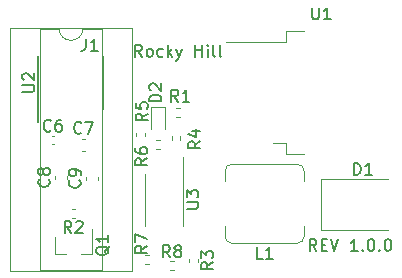
<source format=gbr>
%TF.GenerationSoftware,KiCad,Pcbnew,5.1.7-a382d34a8~88~ubuntu18.04.1*%
%TF.CreationDate,2021-05-09T09:36:21-04:00*%
%TF.ProjectId,salt_replacement,73616c74-5f72-4657-906c-6163656d656e,1.0.0*%
%TF.SameCoordinates,Original*%
%TF.FileFunction,Legend,Top*%
%TF.FilePolarity,Positive*%
%FSLAX46Y46*%
G04 Gerber Fmt 4.6, Leading zero omitted, Abs format (unit mm)*
G04 Created by KiCad (PCBNEW 5.1.7-a382d34a8~88~ubuntu18.04.1) date 2021-05-09 09:36:21*
%MOMM*%
%LPD*%
G01*
G04 APERTURE LIST*
%ADD10C,0.150000*%
%ADD11C,0.120000*%
G04 APERTURE END LIST*
D10*
X121426190Y-112652380D02*
X121092857Y-112176190D01*
X120854761Y-112652380D02*
X120854761Y-111652380D01*
X121235714Y-111652380D01*
X121330952Y-111700000D01*
X121378571Y-111747619D01*
X121426190Y-111842857D01*
X121426190Y-111985714D01*
X121378571Y-112080952D01*
X121330952Y-112128571D01*
X121235714Y-112176190D01*
X120854761Y-112176190D01*
X121997619Y-112652380D02*
X121902380Y-112604761D01*
X121854761Y-112557142D01*
X121807142Y-112461904D01*
X121807142Y-112176190D01*
X121854761Y-112080952D01*
X121902380Y-112033333D01*
X121997619Y-111985714D01*
X122140476Y-111985714D01*
X122235714Y-112033333D01*
X122283333Y-112080952D01*
X122330952Y-112176190D01*
X122330952Y-112461904D01*
X122283333Y-112557142D01*
X122235714Y-112604761D01*
X122140476Y-112652380D01*
X121997619Y-112652380D01*
X123188095Y-112604761D02*
X123092857Y-112652380D01*
X122902380Y-112652380D01*
X122807142Y-112604761D01*
X122759523Y-112557142D01*
X122711904Y-112461904D01*
X122711904Y-112176190D01*
X122759523Y-112080952D01*
X122807142Y-112033333D01*
X122902380Y-111985714D01*
X123092857Y-111985714D01*
X123188095Y-112033333D01*
X123616666Y-112652380D02*
X123616666Y-111652380D01*
X123711904Y-112271428D02*
X123997619Y-112652380D01*
X123997619Y-111985714D02*
X123616666Y-112366666D01*
X124330952Y-111985714D02*
X124569047Y-112652380D01*
X124807142Y-111985714D02*
X124569047Y-112652380D01*
X124473809Y-112890476D01*
X124426190Y-112938095D01*
X124330952Y-112985714D01*
X125950000Y-112652380D02*
X125950000Y-111652380D01*
X125950000Y-112128571D02*
X126521428Y-112128571D01*
X126521428Y-112652380D02*
X126521428Y-111652380D01*
X126997619Y-112652380D02*
X126997619Y-111985714D01*
X126997619Y-111652380D02*
X126950000Y-111700000D01*
X126997619Y-111747619D01*
X127045238Y-111700000D01*
X126997619Y-111652380D01*
X126997619Y-111747619D01*
X127616666Y-112652380D02*
X127521428Y-112604761D01*
X127473809Y-112509523D01*
X127473809Y-111652380D01*
X128140476Y-112652380D02*
X128045238Y-112604761D01*
X127997619Y-112509523D01*
X127997619Y-111652380D01*
X136192857Y-129102380D02*
X135859523Y-128626190D01*
X135621428Y-129102380D02*
X135621428Y-128102380D01*
X136002380Y-128102380D01*
X136097619Y-128150000D01*
X136145238Y-128197619D01*
X136192857Y-128292857D01*
X136192857Y-128435714D01*
X136145238Y-128530952D01*
X136097619Y-128578571D01*
X136002380Y-128626190D01*
X135621428Y-128626190D01*
X136621428Y-128578571D02*
X136954761Y-128578571D01*
X137097619Y-129102380D02*
X136621428Y-129102380D01*
X136621428Y-128102380D01*
X137097619Y-128102380D01*
X137383333Y-128102380D02*
X137716666Y-129102380D01*
X138050000Y-128102380D01*
X139669047Y-129102380D02*
X139097619Y-129102380D01*
X139383333Y-129102380D02*
X139383333Y-128102380D01*
X139288095Y-128245238D01*
X139192857Y-128340476D01*
X139097619Y-128388095D01*
X140097619Y-129007142D02*
X140145238Y-129054761D01*
X140097619Y-129102380D01*
X140050000Y-129054761D01*
X140097619Y-129007142D01*
X140097619Y-129102380D01*
X140764285Y-128102380D02*
X140859523Y-128102380D01*
X140954761Y-128150000D01*
X141002380Y-128197619D01*
X141050000Y-128292857D01*
X141097619Y-128483333D01*
X141097619Y-128721428D01*
X141050000Y-128911904D01*
X141002380Y-129007142D01*
X140954761Y-129054761D01*
X140859523Y-129102380D01*
X140764285Y-129102380D01*
X140669047Y-129054761D01*
X140621428Y-129007142D01*
X140573809Y-128911904D01*
X140526190Y-128721428D01*
X140526190Y-128483333D01*
X140573809Y-128292857D01*
X140621428Y-128197619D01*
X140669047Y-128150000D01*
X140764285Y-128102380D01*
X141526190Y-129007142D02*
X141573809Y-129054761D01*
X141526190Y-129102380D01*
X141478571Y-129054761D01*
X141526190Y-129007142D01*
X141526190Y-129102380D01*
X142192857Y-128102380D02*
X142288095Y-128102380D01*
X142383333Y-128150000D01*
X142430952Y-128197619D01*
X142478571Y-128292857D01*
X142526190Y-128483333D01*
X142526190Y-128721428D01*
X142478571Y-128911904D01*
X142430952Y-129007142D01*
X142383333Y-129054761D01*
X142288095Y-129102380D01*
X142192857Y-129102380D01*
X142097619Y-129054761D01*
X142050000Y-129007142D01*
X142002380Y-128911904D01*
X141954761Y-128721428D01*
X141954761Y-128483333D01*
X142002380Y-128292857D01*
X142050000Y-128197619D01*
X142097619Y-128150000D01*
X142192857Y-128102380D01*
D11*
%TO.C,J1*%
X120550000Y-110210000D02*
X110270000Y-110210000D01*
X120550000Y-130770000D02*
X120550000Y-110210000D01*
X110270000Y-130770000D02*
X120550000Y-130770000D01*
X110270000Y-110210000D02*
X110270000Y-130770000D01*
X118060000Y-110270000D02*
X116410000Y-110270000D01*
X118060000Y-130710000D02*
X118060000Y-110270000D01*
X112760000Y-130710000D02*
X118060000Y-130710000D01*
X112760000Y-110270000D02*
X112760000Y-130710000D01*
X114410000Y-110270000D02*
X112760000Y-110270000D01*
X116410000Y-110270000D02*
G75*
G02*
X114410000Y-110270000I-1000000J0D01*
G01*
%TO.C,D1*%
X136550000Y-123050000D02*
X142250000Y-123050000D01*
X136550000Y-127350000D02*
X142250000Y-127350000D01*
X136550000Y-123050000D02*
X136550000Y-127350000D01*
%TO.C,L1*%
X129050000Y-121740000D02*
X134550000Y-121740000D01*
X135160000Y-122350000D02*
X135160000Y-123200000D01*
X128440000Y-123200000D02*
X128440000Y-122350000D01*
X128440000Y-127850000D02*
X128440000Y-127000000D01*
X134550000Y-128460000D02*
X129050000Y-128460000D01*
X135160000Y-127000000D02*
X135160000Y-127850000D01*
X135160000Y-127850000D02*
G75*
G02*
X134550000Y-128460000I-610000J0D01*
G01*
X129050000Y-128460000D02*
G75*
G02*
X128440000Y-127850000I0J610000D01*
G01*
X134550000Y-121740000D02*
G75*
G02*
X135160000Y-122350000I0J-610000D01*
G01*
X128440000Y-122350000D02*
G75*
G02*
X129050000Y-121740000I610000J0D01*
G01*
%TO.C,Q1*%
X114020000Y-129360000D02*
X114020000Y-127900000D01*
X117180000Y-129360000D02*
X117180000Y-127200000D01*
X117180000Y-129360000D02*
X116250000Y-129360000D01*
X114020000Y-129360000D02*
X114950000Y-129360000D01*
%TO.C,U1*%
X133650000Y-119950000D02*
X132550000Y-119950000D01*
X133650000Y-120900000D02*
X133650000Y-119950000D01*
X135150000Y-120900000D02*
X133650000Y-120900000D01*
X133650000Y-111450000D02*
X128525000Y-111450000D01*
X133650000Y-110500000D02*
X133650000Y-111450000D01*
X135150000Y-110500000D02*
X133650000Y-110500000D01*
D10*
%TO.C,U2*%
X112575000Y-118225000D02*
X112575000Y-112600000D01*
X118125000Y-117100000D02*
X118125000Y-112600000D01*
D11*
%TO.C,C6*%
X113762164Y-120060000D02*
X113977836Y-120060000D01*
X113762164Y-119340000D02*
X113977836Y-119340000D01*
%TO.C,C7*%
X116309420Y-119640000D02*
X116590580Y-119640000D01*
X116309420Y-120660000D02*
X116590580Y-120660000D01*
%TO.C,C8*%
X115110000Y-123015580D02*
X115110000Y-122734420D01*
X114090000Y-123015580D02*
X114090000Y-122734420D01*
%TO.C,C9*%
X117710000Y-123090580D02*
X117710000Y-122809420D01*
X116690000Y-123090580D02*
X116690000Y-122809420D01*
%TO.C,R2*%
X115763641Y-125570000D02*
X115456359Y-125570000D01*
X115763641Y-126330000D02*
X115456359Y-126330000D01*
%TO.C,U3*%
X124910000Y-124750000D02*
X124910000Y-121150000D01*
X124910000Y-124750000D02*
X124910000Y-126950000D01*
X121690000Y-124750000D02*
X121690000Y-122550000D01*
X121690000Y-124750000D02*
X121690000Y-126950000D01*
%TO.C,D2*%
X122150000Y-118800000D02*
X122150000Y-116950000D01*
X123350000Y-118800000D02*
X123350000Y-116950000D01*
X123350000Y-116950000D02*
X122150000Y-116950000D01*
%TO.C,R1*%
X124603641Y-117730000D02*
X124296359Y-117730000D01*
X124603641Y-116970000D02*
X124296359Y-116970000D01*
%TO.C,R3*%
X125420000Y-129746359D02*
X125420000Y-130053641D01*
X126180000Y-129746359D02*
X126180000Y-130053641D01*
%TO.C,R4*%
X124680000Y-119396359D02*
X124680000Y-119703641D01*
X123920000Y-119396359D02*
X123920000Y-119703641D01*
%TO.C,R5*%
X120920000Y-119096359D02*
X120920000Y-119403641D01*
X121680000Y-119096359D02*
X121680000Y-119403641D01*
%TO.C,R6*%
X122953641Y-119720000D02*
X122646359Y-119720000D01*
X122953641Y-120480000D02*
X122646359Y-120480000D01*
%TO.C,R7*%
X122003641Y-130180000D02*
X121696359Y-130180000D01*
X122003641Y-129420000D02*
X121696359Y-129420000D01*
%TO.C,R8*%
X123796359Y-129970000D02*
X124103641Y-129970000D01*
X123796359Y-130730000D02*
X124103641Y-130730000D01*
%TO.C,J1*%
D10*
X116666666Y-111152380D02*
X116666666Y-111866666D01*
X116619047Y-112009523D01*
X116523809Y-112104761D01*
X116380952Y-112152380D01*
X116285714Y-112152380D01*
X117666666Y-112152380D02*
X117095238Y-112152380D01*
X117380952Y-112152380D02*
X117380952Y-111152380D01*
X117285714Y-111295238D01*
X117190476Y-111390476D01*
X117095238Y-111438095D01*
%TO.C,D1*%
X139361904Y-122652380D02*
X139361904Y-121652380D01*
X139600000Y-121652380D01*
X139742857Y-121700000D01*
X139838095Y-121795238D01*
X139885714Y-121890476D01*
X139933333Y-122080952D01*
X139933333Y-122223809D01*
X139885714Y-122414285D01*
X139838095Y-122509523D01*
X139742857Y-122604761D01*
X139600000Y-122652380D01*
X139361904Y-122652380D01*
X140885714Y-122652380D02*
X140314285Y-122652380D01*
X140600000Y-122652380D02*
X140600000Y-121652380D01*
X140504761Y-121795238D01*
X140409523Y-121890476D01*
X140314285Y-121938095D01*
%TO.C,L1*%
X131633333Y-129752380D02*
X131157142Y-129752380D01*
X131157142Y-128752380D01*
X132490476Y-129752380D02*
X131919047Y-129752380D01*
X132204761Y-129752380D02*
X132204761Y-128752380D01*
X132109523Y-128895238D01*
X132014285Y-128990476D01*
X131919047Y-129038095D01*
%TO.C,Q1*%
X118647619Y-128695238D02*
X118600000Y-128790476D01*
X118504761Y-128885714D01*
X118361904Y-129028571D01*
X118314285Y-129123809D01*
X118314285Y-129219047D01*
X118552380Y-129171428D02*
X118504761Y-129266666D01*
X118409523Y-129361904D01*
X118219047Y-129409523D01*
X117885714Y-129409523D01*
X117695238Y-129361904D01*
X117600000Y-129266666D01*
X117552380Y-129171428D01*
X117552380Y-128980952D01*
X117600000Y-128885714D01*
X117695238Y-128790476D01*
X117885714Y-128742857D01*
X118219047Y-128742857D01*
X118409523Y-128790476D01*
X118504761Y-128885714D01*
X118552380Y-128980952D01*
X118552380Y-129171428D01*
X118552380Y-127790476D02*
X118552380Y-128361904D01*
X118552380Y-128076190D02*
X117552380Y-128076190D01*
X117695238Y-128171428D01*
X117790476Y-128266666D01*
X117838095Y-128361904D01*
%TO.C,U1*%
X135838095Y-108502380D02*
X135838095Y-109311904D01*
X135885714Y-109407142D01*
X135933333Y-109454761D01*
X136028571Y-109502380D01*
X136219047Y-109502380D01*
X136314285Y-109454761D01*
X136361904Y-109407142D01*
X136409523Y-109311904D01*
X136409523Y-108502380D01*
X137409523Y-109502380D02*
X136838095Y-109502380D01*
X137123809Y-109502380D02*
X137123809Y-108502380D01*
X137028571Y-108645238D01*
X136933333Y-108740476D01*
X136838095Y-108788095D01*
%TO.C,U2*%
X111302380Y-115611904D02*
X112111904Y-115611904D01*
X112207142Y-115564285D01*
X112254761Y-115516666D01*
X112302380Y-115421428D01*
X112302380Y-115230952D01*
X112254761Y-115135714D01*
X112207142Y-115088095D01*
X112111904Y-115040476D01*
X111302380Y-115040476D01*
X111397619Y-114611904D02*
X111350000Y-114564285D01*
X111302380Y-114469047D01*
X111302380Y-114230952D01*
X111350000Y-114135714D01*
X111397619Y-114088095D01*
X111492857Y-114040476D01*
X111588095Y-114040476D01*
X111730952Y-114088095D01*
X112302380Y-114659523D01*
X112302380Y-114040476D01*
%TO.C,C6*%
X113703333Y-118897142D02*
X113655714Y-118944761D01*
X113512857Y-118992380D01*
X113417619Y-118992380D01*
X113274761Y-118944761D01*
X113179523Y-118849523D01*
X113131904Y-118754285D01*
X113084285Y-118563809D01*
X113084285Y-118420952D01*
X113131904Y-118230476D01*
X113179523Y-118135238D01*
X113274761Y-118040000D01*
X113417619Y-117992380D01*
X113512857Y-117992380D01*
X113655714Y-118040000D01*
X113703333Y-118087619D01*
X114560476Y-117992380D02*
X114370000Y-117992380D01*
X114274761Y-118040000D01*
X114227142Y-118087619D01*
X114131904Y-118230476D01*
X114084285Y-118420952D01*
X114084285Y-118801904D01*
X114131904Y-118897142D01*
X114179523Y-118944761D01*
X114274761Y-118992380D01*
X114465238Y-118992380D01*
X114560476Y-118944761D01*
X114608095Y-118897142D01*
X114655714Y-118801904D01*
X114655714Y-118563809D01*
X114608095Y-118468571D01*
X114560476Y-118420952D01*
X114465238Y-118373333D01*
X114274761Y-118373333D01*
X114179523Y-118420952D01*
X114131904Y-118468571D01*
X114084285Y-118563809D01*
%TO.C,C7*%
X116283333Y-119077142D02*
X116235714Y-119124761D01*
X116092857Y-119172380D01*
X115997619Y-119172380D01*
X115854761Y-119124761D01*
X115759523Y-119029523D01*
X115711904Y-118934285D01*
X115664285Y-118743809D01*
X115664285Y-118600952D01*
X115711904Y-118410476D01*
X115759523Y-118315238D01*
X115854761Y-118220000D01*
X115997619Y-118172380D01*
X116092857Y-118172380D01*
X116235714Y-118220000D01*
X116283333Y-118267619D01*
X116616666Y-118172380D02*
X117283333Y-118172380D01*
X116854761Y-119172380D01*
%TO.C,C8*%
X113527142Y-123041666D02*
X113574761Y-123089285D01*
X113622380Y-123232142D01*
X113622380Y-123327380D01*
X113574761Y-123470238D01*
X113479523Y-123565476D01*
X113384285Y-123613095D01*
X113193809Y-123660714D01*
X113050952Y-123660714D01*
X112860476Y-123613095D01*
X112765238Y-123565476D01*
X112670000Y-123470238D01*
X112622380Y-123327380D01*
X112622380Y-123232142D01*
X112670000Y-123089285D01*
X112717619Y-123041666D01*
X113050952Y-122470238D02*
X113003333Y-122565476D01*
X112955714Y-122613095D01*
X112860476Y-122660714D01*
X112812857Y-122660714D01*
X112717619Y-122613095D01*
X112670000Y-122565476D01*
X112622380Y-122470238D01*
X112622380Y-122279761D01*
X112670000Y-122184523D01*
X112717619Y-122136904D01*
X112812857Y-122089285D01*
X112860476Y-122089285D01*
X112955714Y-122136904D01*
X113003333Y-122184523D01*
X113050952Y-122279761D01*
X113050952Y-122470238D01*
X113098571Y-122565476D01*
X113146190Y-122613095D01*
X113241428Y-122660714D01*
X113431904Y-122660714D01*
X113527142Y-122613095D01*
X113574761Y-122565476D01*
X113622380Y-122470238D01*
X113622380Y-122279761D01*
X113574761Y-122184523D01*
X113527142Y-122136904D01*
X113431904Y-122089285D01*
X113241428Y-122089285D01*
X113146190Y-122136904D01*
X113098571Y-122184523D01*
X113050952Y-122279761D01*
%TO.C,C9*%
X116127142Y-123116666D02*
X116174761Y-123164285D01*
X116222380Y-123307142D01*
X116222380Y-123402380D01*
X116174761Y-123545238D01*
X116079523Y-123640476D01*
X115984285Y-123688095D01*
X115793809Y-123735714D01*
X115650952Y-123735714D01*
X115460476Y-123688095D01*
X115365238Y-123640476D01*
X115270000Y-123545238D01*
X115222380Y-123402380D01*
X115222380Y-123307142D01*
X115270000Y-123164285D01*
X115317619Y-123116666D01*
X116222380Y-122640476D02*
X116222380Y-122450000D01*
X116174761Y-122354761D01*
X116127142Y-122307142D01*
X115984285Y-122211904D01*
X115793809Y-122164285D01*
X115412857Y-122164285D01*
X115317619Y-122211904D01*
X115270000Y-122259523D01*
X115222380Y-122354761D01*
X115222380Y-122545238D01*
X115270000Y-122640476D01*
X115317619Y-122688095D01*
X115412857Y-122735714D01*
X115650952Y-122735714D01*
X115746190Y-122688095D01*
X115793809Y-122640476D01*
X115841428Y-122545238D01*
X115841428Y-122354761D01*
X115793809Y-122259523D01*
X115746190Y-122211904D01*
X115650952Y-122164285D01*
%TO.C,R2*%
X115443333Y-127572380D02*
X115110000Y-127096190D01*
X114871904Y-127572380D02*
X114871904Y-126572380D01*
X115252857Y-126572380D01*
X115348095Y-126620000D01*
X115395714Y-126667619D01*
X115443333Y-126762857D01*
X115443333Y-126905714D01*
X115395714Y-127000952D01*
X115348095Y-127048571D01*
X115252857Y-127096190D01*
X114871904Y-127096190D01*
X115824285Y-126667619D02*
X115871904Y-126620000D01*
X115967142Y-126572380D01*
X116205238Y-126572380D01*
X116300476Y-126620000D01*
X116348095Y-126667619D01*
X116395714Y-126762857D01*
X116395714Y-126858095D01*
X116348095Y-127000952D01*
X115776666Y-127572380D01*
X116395714Y-127572380D01*
%TO.C,U3*%
X125202380Y-125511904D02*
X126011904Y-125511904D01*
X126107142Y-125464285D01*
X126154761Y-125416666D01*
X126202380Y-125321428D01*
X126202380Y-125130952D01*
X126154761Y-125035714D01*
X126107142Y-124988095D01*
X126011904Y-124940476D01*
X125202380Y-124940476D01*
X125202380Y-124559523D02*
X125202380Y-123940476D01*
X125583333Y-124273809D01*
X125583333Y-124130952D01*
X125630952Y-124035714D01*
X125678571Y-123988095D01*
X125773809Y-123940476D01*
X126011904Y-123940476D01*
X126107142Y-123988095D01*
X126154761Y-124035714D01*
X126202380Y-124130952D01*
X126202380Y-124416666D01*
X126154761Y-124511904D01*
X126107142Y-124559523D01*
%TO.C,D2*%
X123052380Y-116438095D02*
X122052380Y-116438095D01*
X122052380Y-116200000D01*
X122100000Y-116057142D01*
X122195238Y-115961904D01*
X122290476Y-115914285D01*
X122480952Y-115866666D01*
X122623809Y-115866666D01*
X122814285Y-115914285D01*
X122909523Y-115961904D01*
X123004761Y-116057142D01*
X123052380Y-116200000D01*
X123052380Y-116438095D01*
X122147619Y-115485714D02*
X122100000Y-115438095D01*
X122052380Y-115342857D01*
X122052380Y-115104761D01*
X122100000Y-115009523D01*
X122147619Y-114961904D01*
X122242857Y-114914285D01*
X122338095Y-114914285D01*
X122480952Y-114961904D01*
X123052380Y-115533333D01*
X123052380Y-114914285D01*
%TO.C,R1*%
X124483333Y-116452380D02*
X124150000Y-115976190D01*
X123911904Y-116452380D02*
X123911904Y-115452380D01*
X124292857Y-115452380D01*
X124388095Y-115500000D01*
X124435714Y-115547619D01*
X124483333Y-115642857D01*
X124483333Y-115785714D01*
X124435714Y-115880952D01*
X124388095Y-115928571D01*
X124292857Y-115976190D01*
X123911904Y-115976190D01*
X125435714Y-116452380D02*
X124864285Y-116452380D01*
X125150000Y-116452380D02*
X125150000Y-115452380D01*
X125054761Y-115595238D01*
X124959523Y-115690476D01*
X124864285Y-115738095D01*
%TO.C,R3*%
X127422380Y-130066666D02*
X126946190Y-130400000D01*
X127422380Y-130638095D02*
X126422380Y-130638095D01*
X126422380Y-130257142D01*
X126470000Y-130161904D01*
X126517619Y-130114285D01*
X126612857Y-130066666D01*
X126755714Y-130066666D01*
X126850952Y-130114285D01*
X126898571Y-130161904D01*
X126946190Y-130257142D01*
X126946190Y-130638095D01*
X126422380Y-129733333D02*
X126422380Y-129114285D01*
X126803333Y-129447619D01*
X126803333Y-129304761D01*
X126850952Y-129209523D01*
X126898571Y-129161904D01*
X126993809Y-129114285D01*
X127231904Y-129114285D01*
X127327142Y-129161904D01*
X127374761Y-129209523D01*
X127422380Y-129304761D01*
X127422380Y-129590476D01*
X127374761Y-129685714D01*
X127327142Y-129733333D01*
%TO.C,R4*%
X126352380Y-119816666D02*
X125876190Y-120150000D01*
X126352380Y-120388095D02*
X125352380Y-120388095D01*
X125352380Y-120007142D01*
X125400000Y-119911904D01*
X125447619Y-119864285D01*
X125542857Y-119816666D01*
X125685714Y-119816666D01*
X125780952Y-119864285D01*
X125828571Y-119911904D01*
X125876190Y-120007142D01*
X125876190Y-120388095D01*
X125685714Y-118959523D02*
X126352380Y-118959523D01*
X125304761Y-119197619D02*
X126019047Y-119435714D01*
X126019047Y-118816666D01*
%TO.C,R5*%
X121902380Y-117466666D02*
X121426190Y-117800000D01*
X121902380Y-118038095D02*
X120902380Y-118038095D01*
X120902380Y-117657142D01*
X120950000Y-117561904D01*
X120997619Y-117514285D01*
X121092857Y-117466666D01*
X121235714Y-117466666D01*
X121330952Y-117514285D01*
X121378571Y-117561904D01*
X121426190Y-117657142D01*
X121426190Y-118038095D01*
X120902380Y-116561904D02*
X120902380Y-117038095D01*
X121378571Y-117085714D01*
X121330952Y-117038095D01*
X121283333Y-116942857D01*
X121283333Y-116704761D01*
X121330952Y-116609523D01*
X121378571Y-116561904D01*
X121473809Y-116514285D01*
X121711904Y-116514285D01*
X121807142Y-116561904D01*
X121854761Y-116609523D01*
X121902380Y-116704761D01*
X121902380Y-116942857D01*
X121854761Y-117038095D01*
X121807142Y-117085714D01*
%TO.C,R6*%
X121852380Y-121266666D02*
X121376190Y-121600000D01*
X121852380Y-121838095D02*
X120852380Y-121838095D01*
X120852380Y-121457142D01*
X120900000Y-121361904D01*
X120947619Y-121314285D01*
X121042857Y-121266666D01*
X121185714Y-121266666D01*
X121280952Y-121314285D01*
X121328571Y-121361904D01*
X121376190Y-121457142D01*
X121376190Y-121838095D01*
X120852380Y-120409523D02*
X120852380Y-120600000D01*
X120900000Y-120695238D01*
X120947619Y-120742857D01*
X121090476Y-120838095D01*
X121280952Y-120885714D01*
X121661904Y-120885714D01*
X121757142Y-120838095D01*
X121804761Y-120790476D01*
X121852380Y-120695238D01*
X121852380Y-120504761D01*
X121804761Y-120409523D01*
X121757142Y-120361904D01*
X121661904Y-120314285D01*
X121423809Y-120314285D01*
X121328571Y-120361904D01*
X121280952Y-120409523D01*
X121233333Y-120504761D01*
X121233333Y-120695238D01*
X121280952Y-120790476D01*
X121328571Y-120838095D01*
X121423809Y-120885714D01*
%TO.C,R7*%
X121852380Y-128666666D02*
X121376190Y-129000000D01*
X121852380Y-129238095D02*
X120852380Y-129238095D01*
X120852380Y-128857142D01*
X120900000Y-128761904D01*
X120947619Y-128714285D01*
X121042857Y-128666666D01*
X121185714Y-128666666D01*
X121280952Y-128714285D01*
X121328571Y-128761904D01*
X121376190Y-128857142D01*
X121376190Y-129238095D01*
X120852380Y-128333333D02*
X120852380Y-127666666D01*
X121852380Y-128095238D01*
%TO.C,R8*%
X123783333Y-129632380D02*
X123450000Y-129156190D01*
X123211904Y-129632380D02*
X123211904Y-128632380D01*
X123592857Y-128632380D01*
X123688095Y-128680000D01*
X123735714Y-128727619D01*
X123783333Y-128822857D01*
X123783333Y-128965714D01*
X123735714Y-129060952D01*
X123688095Y-129108571D01*
X123592857Y-129156190D01*
X123211904Y-129156190D01*
X124354761Y-129060952D02*
X124259523Y-129013333D01*
X124211904Y-128965714D01*
X124164285Y-128870476D01*
X124164285Y-128822857D01*
X124211904Y-128727619D01*
X124259523Y-128680000D01*
X124354761Y-128632380D01*
X124545238Y-128632380D01*
X124640476Y-128680000D01*
X124688095Y-128727619D01*
X124735714Y-128822857D01*
X124735714Y-128870476D01*
X124688095Y-128965714D01*
X124640476Y-129013333D01*
X124545238Y-129060952D01*
X124354761Y-129060952D01*
X124259523Y-129108571D01*
X124211904Y-129156190D01*
X124164285Y-129251428D01*
X124164285Y-129441904D01*
X124211904Y-129537142D01*
X124259523Y-129584761D01*
X124354761Y-129632380D01*
X124545238Y-129632380D01*
X124640476Y-129584761D01*
X124688095Y-129537142D01*
X124735714Y-129441904D01*
X124735714Y-129251428D01*
X124688095Y-129156190D01*
X124640476Y-129108571D01*
X124545238Y-129060952D01*
%TD*%
M02*

</source>
